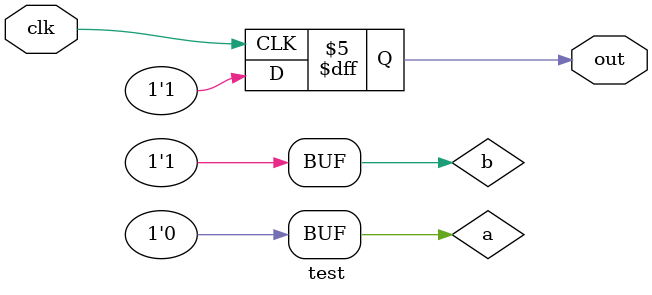
<source format=v>
`timescale 1ns / 1ps
module test(
    input clk,
    output reg out
    );
	reg a,b;
	initial begin
		a = 0;
		b = 1;
		out = 0;
	end
	always@(posedge clk) begin
		out<=a==0?1:0;
	end

endmodule

</source>
